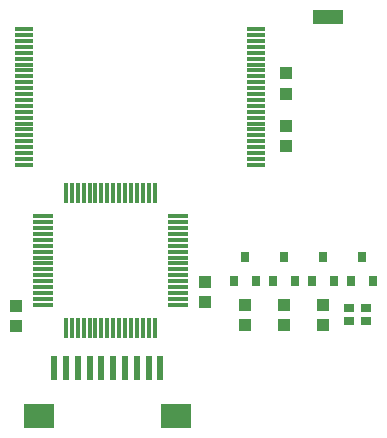
<source format=gbr>
G04 EAGLE Gerber RS-274X export*
G75*
%MOMM*%
%FSLAX34Y34*%
%LPD*%
%INSolderpaste Top*%
%IPPOS*%
%AMOC8*
5,1,8,0,0,1.08239X$1,22.5*%
G01*
%ADD10R,1.788300X0.363200*%
%ADD11R,0.363200X1.788300*%
%ADD12R,1.636400X0.300000*%
%ADD13R,1.000000X1.100000*%
%ADD14R,2.540000X1.270000*%
%ADD15R,1.100000X1.000000*%
%ADD16R,0.787400X0.889000*%
%ADD17R,0.900000X0.650000*%
%ADD18R,0.600000X2.000000*%
%ADD19R,2.500000X2.000000*%


D10*
X88784Y183550D03*
X88784Y178550D03*
X88784Y173550D03*
X88784Y168550D03*
X88784Y163550D03*
X88784Y158550D03*
X88784Y153550D03*
X88784Y148550D03*
X88784Y143550D03*
X88784Y138550D03*
X88784Y133550D03*
X88784Y128550D03*
X88784Y123550D03*
X88784Y118550D03*
X88784Y113550D03*
X88784Y108550D03*
D11*
X108550Y88784D03*
X113550Y88784D03*
X118550Y88784D03*
X123550Y88784D03*
X128550Y88784D03*
X133550Y88784D03*
X138550Y88784D03*
X143550Y88784D03*
X148550Y88784D03*
X153550Y88784D03*
X158550Y88784D03*
X163550Y88784D03*
X168550Y88784D03*
X173550Y88784D03*
X178550Y88784D03*
X183550Y88784D03*
D10*
X203316Y108550D03*
X203316Y113550D03*
X203316Y118550D03*
X203316Y123550D03*
X203316Y128550D03*
X203316Y133550D03*
X203316Y138550D03*
X203316Y143550D03*
X203316Y148550D03*
X203316Y153550D03*
X203316Y158550D03*
X203316Y163550D03*
X203316Y168550D03*
X203316Y173550D03*
X203316Y178550D03*
X203316Y183550D03*
D11*
X183550Y203316D03*
X178550Y203316D03*
X173550Y203316D03*
X168550Y203316D03*
X163550Y203316D03*
X158550Y203316D03*
X153550Y203316D03*
X148550Y203316D03*
X143550Y203316D03*
X138550Y203316D03*
X133550Y203316D03*
X128550Y203316D03*
X123550Y203316D03*
X118550Y203316D03*
X113550Y203316D03*
X108550Y203316D03*
D12*
X73056Y341980D03*
X73056Y336980D03*
X73056Y331980D03*
X73056Y326980D03*
X73056Y321980D03*
X73056Y316980D03*
X73056Y311980D03*
X73056Y306980D03*
X73056Y301980D03*
X73056Y296980D03*
X73056Y291980D03*
X73056Y286980D03*
X73056Y281980D03*
X73056Y276980D03*
X73056Y271980D03*
X73056Y266980D03*
X73056Y261980D03*
X73056Y256980D03*
X73056Y251980D03*
X73056Y246980D03*
X73056Y241980D03*
X73056Y236980D03*
X73056Y231980D03*
X73056Y226980D03*
X269844Y226980D03*
X269844Y231980D03*
X269844Y236980D03*
X269844Y241980D03*
X269844Y246980D03*
X269844Y251980D03*
X269844Y256980D03*
X269844Y261980D03*
X269844Y266980D03*
X269844Y271980D03*
X269844Y276980D03*
X269844Y281980D03*
X269844Y286980D03*
X269844Y291980D03*
X269844Y296980D03*
X269844Y301980D03*
X269844Y306980D03*
X269844Y311980D03*
X269844Y316980D03*
X269844Y321980D03*
X269844Y326980D03*
X269844Y331980D03*
X269844Y336980D03*
X269844Y341980D03*
D13*
X226060Y127880D03*
X226060Y110880D03*
X294640Y287410D03*
X294640Y304410D03*
X294640Y259960D03*
X294640Y242960D03*
D14*
X330200Y351790D03*
D15*
X66040Y107560D03*
X66040Y90560D03*
D16*
X316484Y128905D03*
X335788Y128905D03*
X326136Y149225D03*
D15*
X260350Y91195D03*
X260350Y108195D03*
X293370Y91195D03*
X293370Y108195D03*
X326390Y91195D03*
X326390Y108195D03*
D17*
X348600Y94830D03*
X362600Y94830D03*
X348600Y105830D03*
X362600Y105830D03*
D16*
X283464Y128905D03*
X302768Y128905D03*
X293116Y149225D03*
X349504Y128905D03*
X368808Y128905D03*
X359156Y149225D03*
X250444Y128905D03*
X269748Y128905D03*
X260096Y149225D03*
D18*
X98510Y54610D03*
X108510Y54610D03*
X118510Y54610D03*
X128510Y54610D03*
X138510Y54610D03*
X148510Y54610D03*
X158510Y54610D03*
X168510Y54610D03*
X178510Y54610D03*
X188510Y54610D03*
D19*
X201510Y14610D03*
X85510Y14610D03*
M02*

</source>
